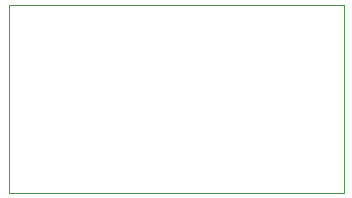
<source format=gm1>
%TF.GenerationSoftware,KiCad,Pcbnew,5.1.7-a382d34a8~87~ubuntu18.04.1*%
%TF.CreationDate,2020-10-28T08:11:05+01:00*%
%TF.ProjectId,CH552_devkit,43483535-325f-4646-9576-6b69742e6b69,rev?*%
%TF.SameCoordinates,Original*%
%TF.FileFunction,Profile,NP*%
%FSLAX46Y46*%
G04 Gerber Fmt 4.6, Leading zero omitted, Abs format (unit mm)*
G04 Created by KiCad (PCBNEW 5.1.7-a382d34a8~87~ubuntu18.04.1) date 2020-10-28 08:11:05*
%MOMM*%
%LPD*%
G01*
G04 APERTURE LIST*
%TA.AperFunction,Profile*%
%ADD10C,0.050000*%
%TD*%
G04 APERTURE END LIST*
D10*
X70866000Y-92600000D02*
X70866000Y-76663600D01*
X99250000Y-92600000D02*
X70866000Y-92600000D01*
X99250000Y-76663600D02*
X99250000Y-92600000D01*
X70866000Y-76663600D02*
X99250000Y-76663600D01*
M02*

</source>
